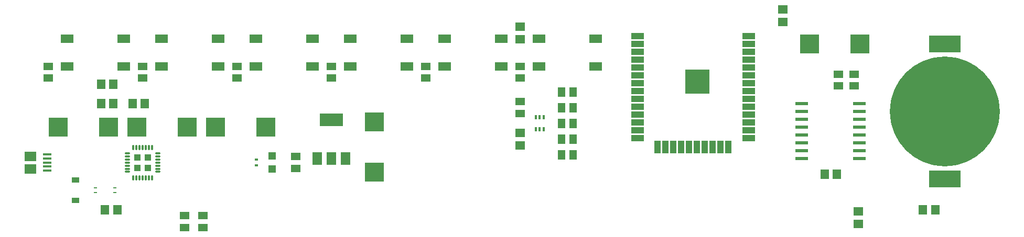
<source format=gbp>
G04 #@! TF.GenerationSoftware,KiCad,Pcbnew,5.0.0-rc2-dev-unknown-30a78f0~62~ubuntu16.04.1*
G04 #@! TF.CreationDate,2018-03-10T16:31:00+05:30*
G04 #@! TF.ProjectId,k3jr_controller,6B336A725F636F6E74726F6C6C65722E,rev 1*
G04 #@! TF.SameCoordinates,Original*
G04 #@! TF.FileFunction,Paste,Bot*
G04 #@! TF.FilePolarity,Positive*
%FSLAX46Y46*%
G04 Gerber Fmt 4.6, Leading zero omitted, Abs format (unit mm)*
G04 Created by KiCad (PCBNEW 5.0.0-rc2-dev-unknown-30a78f0~62~ubuntu16.04.1) date Sat Mar 10 16:31:00 2018*
%MOMM*%
%LPD*%
G01*
G04 APERTURE LIST*
%ADD10R,1.900000X1.500000*%
%ADD11R,1.350000X0.400000*%
%ADD12R,1.550000X1.350000*%
%ADD13R,1.300480X1.498600*%
%ADD14R,1.998980X0.599440*%
%ADD15R,1.350000X1.550000*%
%ADD16R,3.048000X3.048000*%
%ADD17R,1.498600X1.300480*%
%ADD18R,1.200000X0.900000*%
%ADD19R,0.500000X0.250000*%
%ADD20C,17.780000*%
%ADD21R,5.080000X2.794000*%
%ADD22R,1.005000X1.005000*%
%ADD23O,0.300000X0.850000*%
%ADD24O,0.850000X0.300000*%
%ADD25R,0.600000X0.400000*%
%ADD26R,1.198880X1.198880*%
%ADD27R,2.100000X1.400000*%
%ADD28R,0.400000X0.650000*%
%ADD29R,3.800000X2.000000*%
%ADD30R,1.500000X2.000000*%
%ADD31R,2.000000X1.000000*%
%ADD32R,1.000000X2.000000*%
%ADD33R,4.000000X4.000000*%
G04 APERTURE END LIST*
D10*
X52355000Y-76470000D03*
D11*
X55055000Y-78120000D03*
X55055000Y-78770000D03*
X55055000Y-76170000D03*
X55055000Y-76820000D03*
X55055000Y-77470000D03*
D10*
X52355000Y-78470000D03*
D12*
X131445000Y-74660000D03*
X131445000Y-72660000D03*
D13*
X138112500Y-66040000D03*
X140017500Y-66040000D03*
D14*
X186260740Y-67945000D03*
X186260740Y-69215000D03*
X186260740Y-70485000D03*
X186260740Y-71755000D03*
X186260740Y-73025000D03*
X186260740Y-74295000D03*
X186260740Y-75565000D03*
X186260740Y-76835000D03*
X176959260Y-76835000D03*
X176959260Y-75565000D03*
X176959260Y-74295000D03*
X176959260Y-73025000D03*
X176959260Y-71755000D03*
X176959260Y-70485000D03*
X176959260Y-69215000D03*
X176959260Y-67945000D03*
D15*
X66405000Y-85090000D03*
X64405000Y-85090000D03*
D16*
X178181000Y-58293000D03*
X186309000Y-58293000D03*
D17*
X70485000Y-63817500D03*
X70485000Y-61912500D03*
X85725000Y-63817500D03*
X85725000Y-61912500D03*
D18*
X59690000Y-83565000D03*
X59690000Y-80265000D03*
D19*
X66040000Y-81540000D03*
X66040000Y-82290000D03*
X62865000Y-81540000D03*
X62865000Y-82290000D03*
D20*
X200025000Y-69215000D03*
D21*
X200025000Y-58293000D03*
X200025000Y-80137000D03*
D22*
X69647500Y-78307500D03*
X69647500Y-76632500D03*
X71322500Y-78307500D03*
X71322500Y-76632500D03*
D23*
X68985000Y-79920000D03*
X69485000Y-79920000D03*
X69985000Y-79920000D03*
X70485000Y-79920000D03*
X70985000Y-79920000D03*
X71485000Y-79920000D03*
X71985000Y-79920000D03*
D24*
X72935000Y-78970000D03*
X72935000Y-78470000D03*
X72935000Y-77970000D03*
X72935000Y-77470000D03*
X72935000Y-76970000D03*
X72935000Y-76470000D03*
X72935000Y-75970000D03*
D23*
X71985000Y-75020000D03*
X71485000Y-75020000D03*
X70985000Y-75020000D03*
X70485000Y-75020000D03*
X69985000Y-75020000D03*
X69485000Y-75020000D03*
X68985000Y-75020000D03*
D24*
X68035000Y-75970000D03*
X68035000Y-76470000D03*
X68035000Y-76970000D03*
X68035000Y-77470000D03*
X68035000Y-77970000D03*
X68035000Y-78470000D03*
X68035000Y-78970000D03*
D25*
X88900000Y-77020000D03*
X88900000Y-77920000D03*
D26*
X91440000Y-76420980D03*
X91440000Y-78519020D03*
D27*
X119275000Y-61940000D03*
X128375000Y-61940000D03*
X128375000Y-57440000D03*
X119275000Y-57440000D03*
X104035000Y-61940000D03*
X113135000Y-61940000D03*
X113135000Y-57440000D03*
X104035000Y-57440000D03*
X67415000Y-57440000D03*
X58315000Y-57440000D03*
X58315000Y-61940000D03*
X67415000Y-61940000D03*
X143615000Y-57440000D03*
X134515000Y-57440000D03*
X134515000Y-61940000D03*
X143615000Y-61940000D03*
X88795000Y-61940000D03*
X97895000Y-61940000D03*
X97895000Y-57440000D03*
X88795000Y-57440000D03*
X73555000Y-61940000D03*
X82655000Y-61940000D03*
X82655000Y-57440000D03*
X73555000Y-57440000D03*
D17*
X182880000Y-65087500D03*
X182880000Y-63182500D03*
X185420000Y-65087500D03*
X185420000Y-63182500D03*
X77250000Y-87952500D03*
X77250000Y-86047500D03*
X80250000Y-87952500D03*
X80250000Y-86047500D03*
X116205000Y-63817500D03*
X116205000Y-61912500D03*
X100965000Y-63817500D03*
X100965000Y-61912500D03*
D15*
X180610000Y-79375000D03*
X182610000Y-79375000D03*
D16*
X90424000Y-71755000D03*
X82296000Y-71755000D03*
X107950000Y-70866000D03*
X107950000Y-78994000D03*
D15*
X63770000Y-64770000D03*
X65770000Y-64770000D03*
D12*
X131445000Y-55515000D03*
X131445000Y-57515000D03*
D16*
X65024000Y-71755000D03*
X56896000Y-71755000D03*
D15*
X63770000Y-67945000D03*
X65770000Y-67945000D03*
D16*
X69596000Y-71755000D03*
X77724000Y-71755000D03*
D15*
X70850000Y-67945000D03*
X68850000Y-67945000D03*
D12*
X173863000Y-52721000D03*
X173863000Y-54721000D03*
D28*
X133970000Y-70170000D03*
X135270000Y-70170000D03*
X134620000Y-72070000D03*
X134620000Y-70170000D03*
X135270000Y-72070000D03*
X133970000Y-72070000D03*
D17*
X131445000Y-69532500D03*
X131445000Y-67627500D03*
X95250000Y-78422500D03*
X95250000Y-76517500D03*
X55245000Y-61912500D03*
X55245000Y-63817500D03*
X131445000Y-61912500D03*
X131445000Y-63817500D03*
D13*
X138112500Y-76200000D03*
X140017500Y-76200000D03*
X138112500Y-73660000D03*
X140017500Y-73660000D03*
X140017500Y-71120000D03*
X138112500Y-71120000D03*
X138112500Y-68580000D03*
X140017500Y-68580000D03*
D29*
X100965000Y-70510000D03*
D30*
X100965000Y-76810000D03*
X98665000Y-76810000D03*
X103265000Y-76810000D03*
D31*
X168385000Y-56980000D03*
X168385000Y-58250000D03*
X168385000Y-59520000D03*
X168385000Y-60790000D03*
X168385000Y-62060000D03*
X168385000Y-63330000D03*
X168385000Y-64600000D03*
X168385000Y-65870000D03*
X168385000Y-67140000D03*
X168385000Y-68410000D03*
X168385000Y-69680000D03*
X168385000Y-70950000D03*
X168385000Y-72220000D03*
X168385000Y-73490000D03*
D32*
X165100000Y-74980000D03*
X163830000Y-74980000D03*
X162560000Y-74980000D03*
X161290000Y-74980000D03*
X160020000Y-74980000D03*
X158750000Y-74980000D03*
X157480000Y-74980000D03*
X156210000Y-74980000D03*
X154940000Y-74980000D03*
X153670000Y-74980000D03*
D31*
X150385000Y-73490000D03*
X150385000Y-72220000D03*
X150385000Y-70950000D03*
X150385000Y-69680000D03*
X150385000Y-68410000D03*
X150385000Y-67140000D03*
X150385000Y-65870000D03*
X150385000Y-64600000D03*
X150385000Y-63330000D03*
X150385000Y-62060000D03*
X150385000Y-60790000D03*
X150385000Y-59520000D03*
X150385000Y-58250000D03*
X150385000Y-56980000D03*
D33*
X160085000Y-64380000D03*
D15*
X198485000Y-85090000D03*
X196485000Y-85090000D03*
D12*
X186055000Y-85360000D03*
X186055000Y-87360000D03*
M02*

</source>
